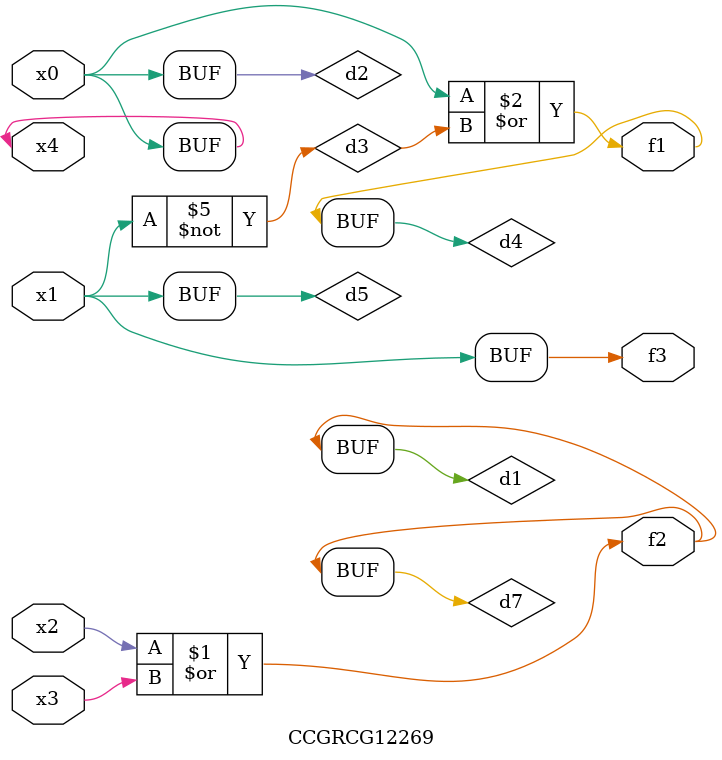
<source format=v>
module CCGRCG12269(
	input x0, x1, x2, x3, x4,
	output f1, f2, f3
);

	wire d1, d2, d3, d4, d5, d6, d7;

	or (d1, x2, x3);
	buf (d2, x0, x4);
	not (d3, x1);
	or (d4, d2, d3);
	not (d5, d3);
	nand (d6, d1, d3);
	or (d7, d1);
	assign f1 = d4;
	assign f2 = d7;
	assign f3 = d5;
endmodule

</source>
